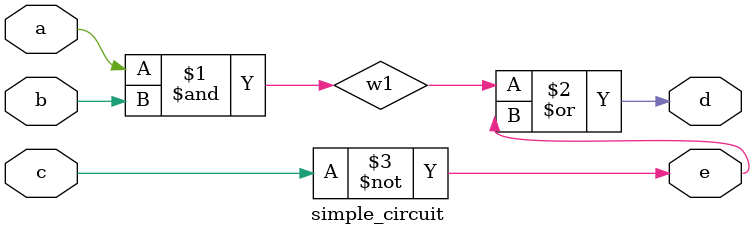
<source format=v>
module simple_circuit(a,b,c,d,e);
    output d,e;
    input a,b,c;
    wire w1;
    and G1(w1,a,b);
    not G2(e,c);
    or G3(d,w1,e);
endmodule

</source>
